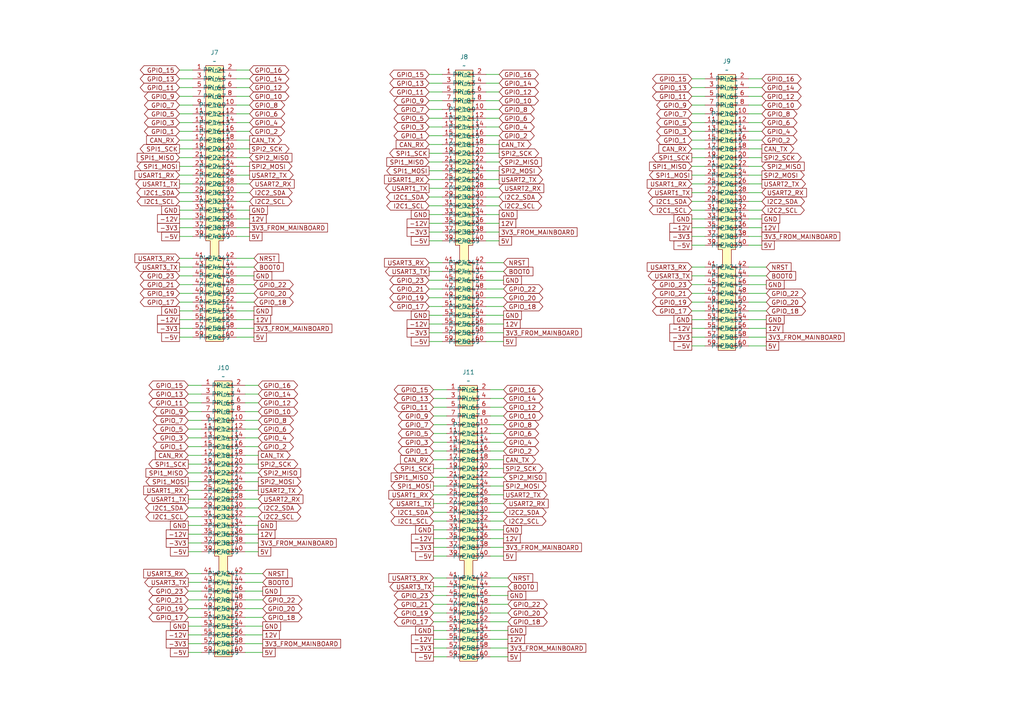
<source format=kicad_sch>
(kicad_sch (version 20250114) (generator "eeschema") (generator_version "9.0")
  (paper "A4")
  (wire (pts (xy 125.73 113.03) (xy 129.54 113.03)))
  (wire (pts (xy 68.58 97.79) (xy 73.66 97.79)))
  (wire (pts (xy 125.73 151.13) (xy 129.54 151.13)))
  (wire (pts (xy 71.12 171.45) (xy 76.2 171.45)))
  (wire (pts (xy 54.61 134.62) (xy 58.42 134.62)))
  (wire (pts (xy 54.61 173.99) (xy 58.42 173.99)))
  (wire (pts (xy 217.17 66.04) (xy 220.98 66.04)))
  (wire (pts (xy 217.17 27.94) (xy 220.98 27.94)))
  (wire (pts (xy 68.58 85.09) (xy 73.66 85.09)))
  (wire (pts (xy 140.97 26.67) (xy 144.78 26.67)))
  (wire (pts (xy 54.61 132.08) (xy 58.42 132.08)))
  (wire (pts (xy 52.07 40.64) (xy 55.88 40.64)))
  (wire (pts (xy 52.07 25.4) (xy 55.88 25.4)))
  (wire (pts (xy 200.66 43.18) (xy 204.47 43.18)))
  (wire (pts (xy 54.61 186.69) (xy 58.42 186.69)))
  (wire (pts (xy 52.07 35.56) (xy 55.88 35.56)))
  (wire (pts (xy 68.58 20.32) (xy 72.39 20.32)))
  (wire (pts (xy 140.97 86.36) (xy 146.05 86.36)))
  (wire (pts (xy 140.97 49.53) (xy 144.78 49.53)))
  (wire (pts (xy 71.12 184.15) (xy 76.2 184.15)))
  (wire (pts (xy 125.73 143.51) (xy 129.54 143.51)))
  (wire (pts (xy 54.61 149.86) (xy 58.42 149.86)))
  (wire (pts (xy 217.17 80.01) (xy 222.25 80.01)))
  (wire (pts (xy 124.46 69.85) (xy 128.27 69.85)))
  (wire (pts (xy 68.58 38.1) (xy 72.39 38.1)))
  (wire (pts (xy 54.61 152.4) (xy 58.42 152.4)))
  (wire (pts (xy 124.46 83.82) (xy 128.27 83.82)))
  (wire (pts (xy 125.73 123.19) (xy 129.54 123.19)))
  (wire (pts (xy 200.66 63.5) (xy 204.47 63.5)))
  (wire (pts (xy 68.58 35.56) (xy 72.39 35.56)))
  (wire (pts (xy 125.73 175.26) (xy 129.54 175.26)))
  (wire (pts (xy 217.17 48.26) (xy 220.98 48.26)))
  (wire (pts (xy 142.24 113.03) (xy 146.05 113.03)))
  (wire (pts (xy 200.66 30.48) (xy 204.47 30.48)))
  (wire (pts (xy 140.97 44.45) (xy 144.78 44.45)))
  (wire (pts (xy 68.58 22.86) (xy 72.39 22.86)))
  (wire (pts (xy 200.66 55.88) (xy 204.47 55.88)))
  (wire (pts (xy 52.07 68.58) (xy 55.88 68.58)))
  (wire (pts (xy 217.17 95.25) (xy 222.25 95.25)))
  (wire (pts (xy 200.66 53.34) (xy 204.47 53.34)))
  (wire (pts (xy 125.73 135.89) (xy 129.54 135.89)))
  (wire (pts (xy 200.66 50.8) (xy 204.47 50.8)))
  (wire (pts (xy 200.66 22.86) (xy 204.47 22.86)))
  (wire (pts (xy 124.46 36.83) (xy 128.27 36.83)))
  (wire (pts (xy 140.97 39.37) (xy 144.78 39.37)))
  (wire (pts (xy 71.12 160.02) (xy 74.93 160.02)))
  (wire (pts (xy 124.46 81.28) (xy 128.27 81.28)))
  (wire (pts (xy 124.46 64.77) (xy 128.27 64.77)))
  (wire (pts (xy 125.73 190.5) (xy 129.54 190.5)))
  (wire (pts (xy 71.12 119.38) (xy 74.93 119.38)))
  (wire (pts (xy 142.24 182.88) (xy 147.32 182.88)))
  (wire (pts (xy 54.61 154.94) (xy 58.42 154.94)))
  (wire (pts (xy 125.73 115.57) (xy 129.54 115.57)))
  (wire (pts (xy 140.97 36.83) (xy 144.78 36.83)))
  (wire (pts (xy 54.61 184.15) (xy 58.42 184.15)))
  (wire (pts (xy 217.17 100.33) (xy 222.25 100.33)))
  (wire (pts (xy 217.17 60.96) (xy 220.98 60.96)))
  (wire (pts (xy 68.58 30.48) (xy 72.39 30.48)))
  (wire (pts (xy 125.73 170.18) (xy 129.54 170.18)))
  (wire (pts (xy 142.24 156.21) (xy 146.05 156.21)))
  (wire (pts (xy 217.17 53.34) (xy 220.98 53.34)))
  (wire (pts (xy 124.46 54.61) (xy 128.27 54.61)))
  (wire (pts (xy 52.07 38.1) (xy 55.88 38.1)))
  (wire (pts (xy 142.24 153.67) (xy 146.05 153.67)))
  (wire (pts (xy 124.46 76.2) (xy 128.27 76.2)))
  (wire (pts (xy 124.46 52.07) (xy 128.27 52.07)))
  (wire (pts (xy 142.24 180.34) (xy 147.32 180.34)))
  (wire (pts (xy 140.97 88.9) (xy 146.05 88.9)))
  (wire (pts (xy 142.24 146.05) (xy 146.05 146.05)))
  (wire (pts (xy 124.46 49.53) (xy 128.27 49.53)))
  (wire (pts (xy 200.66 40.64) (xy 204.47 40.64)))
  (wire (pts (xy 124.46 39.37) (xy 128.27 39.37)))
  (wire (pts (xy 125.73 146.05) (xy 129.54 146.05)))
  (wire (pts (xy 52.07 95.25) (xy 55.88 95.25)))
  (wire (pts (xy 200.66 45.72) (xy 204.47 45.72)))
  (wire (pts (xy 68.58 92.71) (xy 73.66 92.71)))
  (wire (pts (xy 71.12 168.91) (xy 76.2 168.91)))
  (wire (pts (xy 125.73 118.11) (xy 129.54 118.11)))
  (wire (pts (xy 124.46 67.31) (xy 128.27 67.31)))
  (wire (pts (xy 142.24 143.51) (xy 146.05 143.51)))
  (wire (pts (xy 71.12 166.37) (xy 76.2 166.37)))
  (wire (pts (xy 217.17 87.63) (xy 222.25 87.63)))
  (wire (pts (xy 200.66 87.63) (xy 204.47 87.63)))
  (wire (pts (xy 52.07 80.01) (xy 55.88 80.01)))
  (wire (pts (xy 54.61 142.24) (xy 58.42 142.24)))
  (wire (pts (xy 71.12 176.53) (xy 76.2 176.53)))
  (wire (pts (xy 68.58 45.72) (xy 72.39 45.72)))
  (wire (pts (xy 142.24 161.29) (xy 146.05 161.29)))
  (wire (pts (xy 68.58 90.17) (xy 73.66 90.17)))
  (wire (pts (xy 54.61 179.07) (xy 58.42 179.07)))
  (wire (pts (xy 140.97 96.52) (xy 146.05 96.52)))
  (wire (pts (xy 71.12 129.54) (xy 74.93 129.54)))
  (wire (pts (xy 124.46 62.23) (xy 128.27 62.23)))
  (wire (pts (xy 124.46 46.99) (xy 128.27 46.99)))
  (wire (pts (xy 142.24 118.11) (xy 146.05 118.11)))
  (wire (pts (xy 217.17 25.4) (xy 220.98 25.4)))
  (wire (pts (xy 124.46 96.52) (xy 128.27 96.52)))
  (wire (pts (xy 200.66 48.26) (xy 204.47 48.26)))
  (wire (pts (xy 124.46 86.36) (xy 128.27 86.36)))
  (wire (pts (xy 140.97 46.99) (xy 144.78 46.99)))
  (wire (pts (xy 217.17 58.42) (xy 220.98 58.42)))
  (wire (pts (xy 217.17 68.58) (xy 220.98 68.58)))
  (wire (pts (xy 125.73 156.21) (xy 129.54 156.21)))
  (wire (pts (xy 124.46 41.91) (xy 128.27 41.91)))
  (wire (pts (xy 71.12 149.86) (xy 74.93 149.86)))
  (wire (pts (xy 54.61 166.37) (xy 58.42 166.37)))
  (wire (pts (xy 71.12 134.62) (xy 74.93 134.62)))
  (wire (pts (xy 68.58 77.47) (xy 73.66 77.47)))
  (wire (pts (xy 125.73 153.67) (xy 129.54 153.67)))
  (wire (pts (xy 124.46 26.67) (xy 128.27 26.67)))
  (wire (pts (xy 142.24 123.19) (xy 146.05 123.19)))
  (wire (pts (xy 54.61 157.48) (xy 58.42 157.48)))
  (wire (pts (xy 68.58 68.58) (xy 72.39 68.58)))
  (wire (pts (xy 52.07 20.32) (xy 55.88 20.32)))
  (wire (pts (xy 54.61 124.46) (xy 58.42 124.46)))
  (wire (pts (xy 68.58 27.94) (xy 72.39 27.94)))
  (wire (pts (xy 54.61 181.61) (xy 58.42 181.61)))
  (wire (pts (xy 217.17 77.47) (xy 222.25 77.47)))
  (wire (pts (xy 68.58 40.64) (xy 72.39 40.64)))
  (wire (pts (xy 140.97 59.69) (xy 144.78 59.69)))
  (wire (pts (xy 71.12 111.76) (xy 74.93 111.76)))
  (wire (pts (xy 68.58 87.63) (xy 73.66 87.63)))
  (wire (pts (xy 200.66 100.33) (xy 204.47 100.33)))
  (wire (pts (xy 52.07 48.26) (xy 55.88 48.26)))
  (wire (pts (xy 68.58 55.88) (xy 72.39 55.88)))
  (wire (pts (xy 142.24 175.26) (xy 147.32 175.26)))
  (wire (pts (xy 217.17 97.79) (xy 222.25 97.79)))
  (wire (pts (xy 142.24 120.65) (xy 146.05 120.65)))
  (wire (pts (xy 71.12 116.84) (xy 74.93 116.84)))
  (wire (pts (xy 125.73 161.29) (xy 129.54 161.29)))
  (wire (pts (xy 142.24 128.27) (xy 146.05 128.27)))
  (wire (pts (xy 54.61 168.91) (xy 58.42 168.91)))
  (wire (pts (xy 217.17 50.8) (xy 220.98 50.8)))
  (wire (pts (xy 124.46 29.21) (xy 128.27 29.21)))
  (wire (pts (xy 217.17 45.72) (xy 220.98 45.72)))
  (wire (pts (xy 71.12 137.16) (xy 74.93 137.16)))
  (wire (pts (xy 68.58 63.5) (xy 72.39 63.5)))
  (wire (pts (xy 217.17 90.17) (xy 222.25 90.17)))
  (wire (pts (xy 142.24 115.57) (xy 146.05 115.57)))
  (wire (pts (xy 124.46 88.9) (xy 128.27 88.9)))
  (wire (pts (xy 217.17 92.71) (xy 222.25 92.71)))
  (wire (pts (xy 217.17 43.18) (xy 220.98 43.18)))
  (wire (pts (xy 68.58 60.96) (xy 72.39 60.96)))
  (wire (pts (xy 71.12 127) (xy 74.93 127)))
  (wire (pts (xy 125.73 130.81) (xy 129.54 130.81)))
  (wire (pts (xy 124.46 57.15) (xy 128.27 57.15)))
  (wire (pts (xy 140.97 91.44) (xy 146.05 91.44)))
  (wire (pts (xy 142.24 133.35) (xy 146.05 133.35)))
  (wire (pts (xy 125.73 133.35) (xy 129.54 133.35)))
  (wire (pts (xy 140.97 76.2) (xy 146.05 76.2)))
  (wire (pts (xy 140.97 64.77) (xy 144.78 64.77)))
  (wire (pts (xy 142.24 130.81) (xy 146.05 130.81)))
  (wire (pts (xy 142.24 151.13) (xy 146.05 151.13)))
  (wire (pts (xy 142.24 185.42) (xy 147.32 185.42)))
  (wire (pts (xy 71.12 144.78) (xy 74.93 144.78)))
  (wire (pts (xy 52.07 77.47) (xy 55.88 77.47)))
  (wire (pts (xy 200.66 38.1) (xy 204.47 38.1)))
  (wire (pts (xy 200.66 58.42) (xy 204.47 58.42)))
  (wire (pts (xy 71.12 132.08) (xy 74.93 132.08)))
  (wire (pts (xy 142.24 158.75) (xy 146.05 158.75)))
  (wire (pts (xy 142.24 140.97) (xy 146.05 140.97)))
  (wire (pts (xy 124.46 21.59) (xy 128.27 21.59)))
  (wire (pts (xy 125.73 125.73) (xy 129.54 125.73)))
  (wire (pts (xy 142.24 172.72) (xy 147.32 172.72)))
  (wire (pts (xy 125.73 187.96) (xy 129.54 187.96)))
  (wire (pts (xy 125.73 180.34) (xy 129.54 180.34)))
  (wire (pts (xy 200.66 90.17) (xy 204.47 90.17)))
  (wire (pts (xy 68.58 25.4) (xy 72.39 25.4)))
  (wire (pts (xy 54.61 119.38) (xy 58.42 119.38)))
  (wire (pts (xy 140.97 21.59) (xy 144.78 21.59)))
  (wire (pts (xy 52.07 22.86) (xy 55.88 22.86)))
  (wire (pts (xy 54.61 147.32) (xy 58.42 147.32)))
  (wire (pts (xy 125.73 185.42) (xy 129.54 185.42)))
  (wire (pts (xy 71.12 181.61) (xy 76.2 181.61)))
  (wire (pts (xy 71.12 173.99) (xy 76.2 173.99)))
  (wire (pts (xy 140.97 41.91) (xy 144.78 41.91)))
  (wire (pts (xy 140.97 34.29) (xy 144.78 34.29)))
  (wire (pts (xy 124.46 44.45) (xy 128.27 44.45)))
  (wire (pts (xy 142.24 170.18) (xy 147.32 170.18)))
  (wire (pts (xy 217.17 82.55) (xy 222.25 82.55)))
  (wire (pts (xy 140.97 57.15) (xy 144.78 57.15)))
  (wire (pts (xy 125.73 128.27) (xy 129.54 128.27)))
  (wire (pts (xy 71.12 114.3) (xy 74.93 114.3)))
  (wire (pts (xy 71.12 189.23) (xy 76.2 189.23)))
  (wire (pts (xy 68.58 48.26) (xy 72.39 48.26)))
  (wire (pts (xy 140.97 83.82) (xy 146.05 83.82)))
  (wire (pts (xy 142.24 148.59) (xy 146.05 148.59)))
  (wire (pts (xy 124.46 59.69) (xy 128.27 59.69)))
  (wire (pts (xy 217.17 55.88) (xy 220.98 55.88)))
  (wire (pts (xy 125.73 140.97) (xy 129.54 140.97)))
  (wire (pts (xy 125.73 167.64) (xy 129.54 167.64)))
  (wire (pts (xy 54.61 127) (xy 58.42 127)))
  (wire (pts (xy 142.24 138.43) (xy 146.05 138.43)))
  (wire (pts (xy 52.07 50.8) (xy 55.88 50.8)))
  (wire (pts (xy 140.97 24.13) (xy 144.78 24.13)))
  (wire (pts (xy 140.97 31.75) (xy 144.78 31.75)))
  (wire (pts (xy 217.17 63.5) (xy 220.98 63.5)))
  (wire (pts (xy 71.12 142.24) (xy 74.93 142.24)))
  (wire (pts (xy 125.73 158.75) (xy 129.54 158.75)))
  (wire (pts (xy 54.61 111.76) (xy 58.42 111.76)))
  (wire (pts (xy 54.61 116.84) (xy 58.42 116.84)))
  (wire (pts (xy 54.61 139.7) (xy 58.42 139.7)))
  (wire (pts (xy 124.46 93.98) (xy 128.27 93.98)))
  (wire (pts (xy 200.66 60.96) (xy 204.47 60.96)))
  (wire (pts (xy 52.07 97.79) (xy 55.88 97.79)))
  (wire (pts (xy 200.66 97.79) (xy 204.47 97.79)))
  (wire (pts (xy 54.61 176.53) (xy 58.42 176.53)))
  (wire (pts (xy 124.46 34.29) (xy 128.27 34.29)))
  (wire (pts (xy 71.12 124.46) (xy 74.93 124.46)))
  (wire (pts (xy 125.73 138.43) (xy 129.54 138.43)))
  (wire (pts (xy 68.58 66.04) (xy 72.39 66.04)))
  (wire (pts (xy 142.24 190.5) (xy 147.32 190.5)))
  (wire (pts (xy 54.61 121.92) (xy 58.42 121.92)))
  (wire (pts (xy 124.46 24.13) (xy 128.27 24.13)))
  (wire (pts (xy 71.12 186.69) (xy 76.2 186.69)))
  (wire (pts (xy 140.97 81.28) (xy 146.05 81.28)))
  (wire (pts (xy 140.97 69.85) (xy 144.78 69.85)))
  (wire (pts (xy 71.12 139.7) (xy 74.93 139.7)))
  (wire (pts (xy 125.73 177.8) (xy 129.54 177.8)))
  (wire (pts (xy 200.66 95.25) (xy 204.47 95.25)))
  (wire (pts (xy 54.61 137.16) (xy 58.42 137.16)))
  (wire (pts (xy 71.12 154.94) (xy 74.93 154.94)))
  (wire (pts (xy 52.07 45.72) (xy 55.88 45.72)))
  (wire (pts (xy 52.07 30.48) (xy 55.88 30.48)))
  (wire (pts (xy 125.73 172.72) (xy 129.54 172.72)))
  (wire (pts (xy 217.17 33.02) (xy 220.98 33.02)))
  (wire (pts (xy 52.07 53.34) (xy 55.88 53.34)))
  (wire (pts (xy 142.24 125.73) (xy 146.05 125.73)))
  (wire (pts (xy 54.61 160.02) (xy 58.42 160.02)))
  (wire (pts (xy 52.07 58.42) (xy 55.88 58.42)))
  (wire (pts (xy 217.17 40.64) (xy 220.98 40.64)))
  (wire (pts (xy 217.17 38.1) (xy 220.98 38.1)))
  (wire (pts (xy 52.07 63.5) (xy 55.88 63.5)))
  (wire (pts (xy 54.61 189.23) (xy 58.42 189.23)))
  (wire (pts (xy 52.07 82.55) (xy 55.88 82.55)))
  (wire (pts (xy 200.66 27.94) (xy 204.47 27.94)))
  (wire (pts (xy 68.58 58.42) (xy 72.39 58.42)))
  (wire (pts (xy 200.66 85.09) (xy 204.47 85.09)))
  (wire (pts (xy 124.46 91.44) (xy 128.27 91.44)))
  (wire (pts (xy 142.24 177.8) (xy 147.32 177.8)))
  (wire (pts (xy 217.17 85.09) (xy 222.25 85.09)))
  (wire (pts (xy 217.17 35.56) (xy 220.98 35.56)))
  (wire (pts (xy 71.12 157.48) (xy 74.93 157.48)))
  (wire (pts (xy 71.12 179.07) (xy 76.2 179.07)))
  (wire (pts (xy 71.12 147.32) (xy 74.93 147.32)))
  (wire (pts (xy 68.58 82.55) (xy 73.66 82.55)))
  (wire (pts (xy 142.24 135.89) (xy 146.05 135.89)))
  (wire (pts (xy 142.24 167.64) (xy 147.32 167.64)))
  (wire (pts (xy 52.07 55.88) (xy 55.88 55.88)))
  (wire (pts (xy 200.66 82.55) (xy 204.47 82.55)))
  (wire (pts (xy 52.07 27.94) (xy 55.88 27.94)))
  (wire (pts (xy 52.07 33.02) (xy 55.88 33.02)))
  (wire (pts (xy 54.61 114.3) (xy 58.42 114.3)))
  (wire (pts (xy 68.58 74.93) (xy 73.66 74.93)))
  (wire (pts (xy 68.58 50.8) (xy 72.39 50.8)))
  (wire (pts (xy 52.07 66.04) (xy 55.88 66.04)))
  (wire (pts (xy 200.66 66.04) (xy 204.47 66.04)))
  (wire (pts (xy 140.97 62.23) (xy 144.78 62.23)))
  (wire (pts (xy 200.66 80.01) (xy 204.47 80.01)))
  (wire (pts (xy 125.73 148.59) (xy 129.54 148.59)))
  (wire (pts (xy 52.07 43.18) (xy 55.88 43.18)))
  (wire (pts (xy 68.58 33.02) (xy 72.39 33.02)))
  (wire (pts (xy 140.97 67.31) (xy 144.78 67.31)))
  (wire (pts (xy 124.46 99.06) (xy 128.27 99.06)))
  (wire (pts (xy 200.66 35.56) (xy 204.47 35.56)))
  (wire (pts (xy 200.66 68.58) (xy 204.47 68.58)))
  (wire (pts (xy 71.12 152.4) (xy 74.93 152.4)))
  (wire (pts (xy 54.61 171.45) (xy 58.42 171.45)))
  (wire (pts (xy 200.66 71.12) (xy 204.47 71.12)))
  (wire (pts (xy 200.66 25.4) (xy 204.47 25.4)))
  (wire (pts (xy 54.61 144.78) (xy 58.42 144.78)))
  (wire (pts (xy 140.97 29.21) (xy 144.78 29.21)))
  (wire (pts (xy 142.24 187.96) (xy 147.32 187.96)))
  (wire (pts (xy 52.07 87.63) (xy 55.88 87.63)))
  (wire (pts (xy 52.07 60.96) (xy 55.88 60.96)))
  (wire (pts (xy 217.17 71.12) (xy 220.98 71.12)))
  (wire (pts (xy 71.12 121.92) (xy 74.93 121.92)))
  (wire (pts (xy 200.66 33.02) (xy 204.47 33.02)))
  (wire (pts (xy 52.07 74.93) (xy 55.88 74.93)))
  (wire (pts (xy 54.61 129.54) (xy 58.42 129.54)))
  (wire (pts (xy 68.58 95.25) (xy 73.66 95.25)))
  (wire (pts (xy 52.07 85.09) (xy 55.88 85.09)))
  (wire (pts (xy 217.17 22.86) (xy 220.98 22.86)))
  (wire (pts (xy 140.97 54.61) (xy 144.78 54.61)))
  (wire (pts (xy 124.46 78.74) (xy 128.27 78.74)))
  (wire (pts (xy 200.66 92.71) (xy 204.47 92.71)))
  (wire (pts (xy 52.07 90.17) (xy 55.88 90.17)))
  (wire (pts (xy 68.58 80.01) (xy 73.66 80.01)))
  (wire (pts (xy 200.66 77.47) (xy 204.47 77.47)))
  (wire (pts (xy 217.17 30.48) (xy 220.98 30.48)))
  (wire (pts (xy 140.97 52.07) (xy 144.78 52.07)))
  (wire (pts (xy 140.97 93.98) (xy 146.05 93.98)))
  (wire (pts (xy 68.58 53.34) (xy 72.39 53.34)))
  (wire (pts (xy 140.97 78.74) (xy 146.05 78.74)))
  (wire (pts (xy 140.97 99.06) (xy 146.05 99.06)))
  (wire (pts (xy 125.73 120.65) (xy 129.54 120.65)))
  (wire (pts (xy 52.07 92.71) (xy 55.88 92.71)))
  (wire (pts (xy 125.73 182.88) (xy 129.54 182.88)))
  (wire (pts (xy 68.58 43.18) (xy 72.39 43.18)))
  (wire (pts (xy 124.46 31.75) (xy 128.27 31.75)))
  (global_label "USART1_RX" (shape input) (at 200.66 53.34 180) (property "Intersheetrefs" "${INTERSHEET_REFS}" (effects (hide yes))))
  (global_label "I2C2_SDA" (shape bidirectional) (at 220.98 58.42 0) (property "Intersheetrefs" "${INTERSHEET_REFS}" (effects (hide yes))))
  (global_label "GPIO_13" (shape bidirectional) (at 54.61 114.3 180) (property "Intersheetrefs" "${INTERSHEET_REFS}" (effects (hide yes))))
  (global_label "GPIO_16" (shape bidirectional) (at 144.78 21.59 0) (property "Intersheetrefs" "${INTERSHEET_REFS}" (effects (hide yes))))
  (global_label "GPIO_1" (shape bidirectional) (at 125.73 130.81 180) (property "Intersheetrefs" "${INTERSHEET_REFS}" (effects (hide yes))))
  (global_label "I2C1_SCL" (shape bidirectional) (at 125.73 151.13 180) (property "Intersheetrefs" "${INTERSHEET_REFS}" (effects (hide yes))))
  (global_label "-5V" (shape passive) (at 200.66 71.12 180) (property "Intersheetrefs" "${INTERSHEET_REFS}" (effects (hide yes))))
  (global_label "GPIO_10" (shape bidirectional) (at 74.93 119.38 0) (property "Intersheetrefs" "${INTERSHEET_REFS}" (effects (hide yes))))
  (global_label "-12V" (shape passive) (at 125.73 185.42 180) (property "Intersheetrefs" "${INTERSHEET_REFS}" (effects (hide yes))))
  (global_label "NRST" (shape input) (at 73.66 74.93 0) (property "Intersheetrefs" "${INTERSHEET_REFS}" (effects (hide yes))))
  (global_label "I2C2_SDA" (shape bidirectional) (at 144.78 57.15 0) (property "Intersheetrefs" "${INTERSHEET_REFS}" (effects (hide yes))))
  (global_label "GPIO_20" (shape bidirectional) (at 73.66 85.09 0) (property "Intersheetrefs" "${INTERSHEET_REFS}" (effects (hide yes))))
  (global_label "GPIO_8" (shape bidirectional) (at 74.93 121.92 0) (property "Intersheetrefs" "${INTERSHEET_REFS}" (effects (hide yes))))
  (global_label "3V3_FROM_MAINBOARD" (shape passive) (at 74.93 157.48 0) (property "Intersheetrefs" "${INTERSHEET_REFS}" (effects (hide yes))))
  (global_label "SPI1_MOSI" (shape output) (at 125.73 140.97 180) (property "Intersheetrefs" "${INTERSHEET_REFS}" (effects (hide yes))))
  (global_label "USART3_RX" (shape input) (at 52.07 74.93 180) (property "Intersheetrefs" "${INTERSHEET_REFS}" (effects (hide yes))))
  (global_label "GPIO_17" (shape bidirectional) (at 52.07 87.63 180) (property "Intersheetrefs" "${INTERSHEET_REFS}" (effects (hide yes))))
  (global_label "GPIO_8" (shape bidirectional) (at 144.78 31.75 0) (property "Intersheetrefs" "${INTERSHEET_REFS}" (effects (hide yes))))
  (global_label "GPIO_6" (shape bidirectional) (at 220.98 35.56 0) (property "Intersheetrefs" "${INTERSHEET_REFS}" (effects (hide yes))))
  (global_label "CAN_TX" (shape output) (at 146.05 133.35 0) (property "Intersheetrefs" "${INTERSHEET_REFS}" (effects (hide yes))))
  (global_label "GPIO_1" (shape bidirectional) (at 54.61 129.54 180) (property "Intersheetrefs" "${INTERSHEET_REFS}" (effects (hide yes))))
  (global_label "GPIO_3" (shape bidirectional) (at 54.61 127 180) (property "Intersheetrefs" "${INTERSHEET_REFS}" (effects (hide yes))))
  (global_label "I2C2_SCL" (shape bidirectional) (at 146.05 151.13 0) (property "Intersheetrefs" "${INTERSHEET_REFS}" (effects (hide yes))))
  (global_label "-5V" (shape passive) (at 125.73 190.5 180) (property "Intersheetrefs" "${INTERSHEET_REFS}" (effects (hide yes))))
  (global_label "GPIO_7" (shape bidirectional) (at 52.07 30.48 180) (property "Intersheetrefs" "${INTERSHEET_REFS}" (effects (hide yes))))
  (global_label "5V" (shape passive) (at 222.25 100.33 0) (property "Intersheetrefs" "${INTERSHEET_REFS}" (effects (hide yes))))
  (global_label "USART2_RX" (shape input) (at 144.78 54.61 0) (property "Intersheetrefs" "${INTERSHEET_REFS}" (effects (hide yes))))
  (global_label "BOOT0" (shape input) (at 146.05 78.74 0) (property "Intersheetrefs" "${INTERSHEET_REFS}" (effects (hide yes))))
  (global_label "GPIO_21" (shape bidirectional) (at 125.73 175.26 180) (property "Intersheetrefs" "${INTERSHEET_REFS}" (effects (hide yes))))
  (global_label "-5V" (shape passive) (at 52.07 97.79 180) (property "Intersheetrefs" "${INTERSHEET_REFS}" (effects (hide yes))))
  (global_label "GND" (shape passive) (at 220.98 63.5 0) (property "Intersheetrefs" "${INTERSHEET_REFS}" (effects (hide yes))))
  (global_label "SPI2_MISO" (shape input) (at 144.78 46.99 0) (property "Intersheetrefs" "${INTERSHEET_REFS}" (effects (hide yes))))
  (global_label "GPIO_14" (shape bidirectional) (at 220.98 25.4 0) (property "Intersheetrefs" "${INTERSHEET_REFS}" (effects (hide yes))))
  (global_label "GPIO_11" (shape bidirectional) (at 54.61 116.84 180) (property "Intersheetrefs" "${INTERSHEET_REFS}" (effects (hide yes))))
  (global_label "GPIO_14" (shape bidirectional) (at 146.05 115.57 0) (property "Intersheetrefs" "${INTERSHEET_REFS}" (effects (hide yes))))
  (global_label "SPI1_SCK" (shape output) (at 200.66 45.72 180) (property "Intersheetrefs" "${INTERSHEET_REFS}" (effects (hide yes))))
  (global_label "5V" (shape passive) (at 220.98 71.12 0) (property "Intersheetrefs" "${INTERSHEET_REFS}" (effects (hide yes))))
  (global_label "12V" (shape passive) (at 222.25 95.25 0) (property "Intersheetrefs" "${INTERSHEET_REFS}" (effects (hide yes))))
  (global_label "USART2_TX" (shape output) (at 144.78 52.07 0) (property "Intersheetrefs" "${INTERSHEET_REFS}" (effects (hide yes))))
  (global_label "GPIO_20" (shape bidirectional) (at 222.25 87.63 0) (property "Intersheetrefs" "${INTERSHEET_REFS}" (effects (hide yes))))
  (global_label "GND" (shape passive) (at 52.07 60.96 180) (property "Intersheetrefs" "${INTERSHEET_REFS}" (effects (hide yes))))
  (global_label "-5V" (shape passive) (at 125.73 161.29 180) (property "Intersheetrefs" "${INTERSHEET_REFS}" (effects (hide yes))))
  (global_label "NRST" (shape input) (at 76.2 166.37 0) (property "Intersheetrefs" "${INTERSHEET_REFS}" (effects (hide yes))))
  (global_label "12V" (shape passive) (at 220.98 66.04 0) (property "Intersheetrefs" "${INTERSHEET_REFS}" (effects (hide yes))))
  (global_label "I2C1_SCL" (shape bidirectional) (at 52.07 58.42 180) (property "Intersheetrefs" "${INTERSHEET_REFS}" (effects (hide yes))))
  (global_label "GPIO_22" (shape bidirectional) (at 147.32 175.26 0) (property "Intersheetrefs" "${INTERSHEET_REFS}" (effects (hide yes))))
  (global_label "-5V" (shape passive) (at 124.46 69.85 180) (property "Intersheetrefs" "${INTERSHEET_REFS}" (effects (hide yes))))
  (global_label "GPIO_7" (shape bidirectional) (at 54.61 121.92 180) (property "Intersheetrefs" "${INTERSHEET_REFS}" (effects (hide yes))))
  (global_label "GPIO_11" (shape bidirectional) (at 124.46 26.67 180) (property "Intersheetrefs" "${INTERSHEET_REFS}" (effects (hide yes))))
  (global_label "GPIO_20" (shape bidirectional) (at 147.32 177.8 0) (property "Intersheetrefs" "${INTERSHEET_REFS}" (effects (hide yes))))
  (global_label "GPIO_4" (shape bidirectional) (at 72.39 35.56 0) (property "Intersheetrefs" "${INTERSHEET_REFS}" (effects (hide yes))))
  (global_label "GPIO_18" (shape bidirectional) (at 147.32 180.34 0) (property "Intersheetrefs" "${INTERSHEET_REFS}" (effects (hide yes))))
  (global_label "GPIO_19" (shape bidirectional) (at 54.61 176.53 180) (property "Intersheetrefs" "${INTERSHEET_REFS}" (effects (hide yes))))
  (global_label "CAN_RX" (shape input) (at 54.61 132.08 180) (property "Intersheetrefs" "${INTERSHEET_REFS}" (effects (hide yes))))
  (global_label "GND" (shape passive) (at 125.73 153.67 180) (property "Intersheetrefs" "${INTERSHEET_REFS}" (effects (hide yes))))
  (global_label "GPIO_22" (shape bidirectional) (at 73.66 82.55 0) (property "Intersheetrefs" "${INTERSHEET_REFS}" (effects (hide yes))))
  (global_label "USART3_RX" (shape input) (at 125.73 167.64 180) (property "Intersheetrefs" "${INTERSHEET_REFS}" (effects (hide yes))))
  (global_label "GPIO_16" (shape bidirectional) (at 72.39 20.32 0) (property "Intersheetrefs" "${INTERSHEET_REFS}" (effects (hide yes))))
  (global_label "-12V" (shape passive) (at 52.07 63.5 180) (property "Intersheetrefs" "${INTERSHEET_REFS}" (effects (hide yes))))
  (global_label "USART1_TX" (shape output) (at 124.46 54.61 180) (property "Intersheetrefs" "${INTERSHEET_REFS}" (effects (hide yes))))
  (global_label "-5V" (shape passive) (at 54.61 160.02 180) (property "Intersheetrefs" "${INTERSHEET_REFS}" (effects (hide yes))))
  (global_label "GPIO_2" (shape bidirectional) (at 72.39 38.1 0) (property "Intersheetrefs" "${INTERSHEET_REFS}" (effects (hide yes))))
  (global_label "GND" (shape passive) (at 200.66 92.71 180) (property "Intersheetrefs" "${INTERSHEET_REFS}" (effects (hide yes))))
  (global_label "GND" (shape passive) (at 222.25 82.55 0) (property "Intersheetrefs" "${INTERSHEET_REFS}" (effects (hide yes))))
  (global_label "GPIO_23" (shape bidirectional) (at 124.46 81.28 180) (property "Intersheetrefs" "${INTERSHEET_REFS}" (effects (hide yes))))
  (global_label "-12V" (shape passive) (at 125.73 156.21 180) (property "Intersheetrefs" "${INTERSHEET_REFS}" (effects (hide yes))))
  (global_label "SPI1_SCK" (shape output) (at 52.07 43.18 180) (property "Intersheetrefs" "${INTERSHEET_REFS}" (effects (hide yes))))
  (global_label "USART2_TX" (shape output) (at 74.93 142.24 0) (property "Intersheetrefs" "${INTERSHEET_REFS}" (effects (hide yes))))
  (global_label "-12V" (shape passive) (at 200.66 95.25 180) (property "Intersheetrefs" "${INTERSHEET_REFS}" (effects (hide yes))))
  (global_label "GPIO_5" (shape bidirectional) (at 124.46 34.29 180) (property "Intersheetrefs" "${INTERSHEET_REFS}" (effects (hide yes))))
  (global_label "SPI1_MISO" (shape input) (at 52.07 45.72 180) (property "Intersheetrefs" "${INTERSHEET_REFS}" (effects (hide yes))))
  (global_label "3V3_FROM_MAINBOARD" (shape passive) (at 146.05 96.52 0) (property "Intersheetrefs" "${INTERSHEET_REFS}" (effects (hide yes))))
  (global_label "12V" (shape passive) (at 74.93 154.94 0) (property "Intersheetrefs" "${INTERSHEET_REFS}" (effects (hide yes))))
  (global_label "GPIO_23" (shape bidirectional) (at 52.07 80.01 180) (property "Intersheetrefs" "${INTERSHEET_REFS}" (effects (hide yes))))
  (global_label "GPIO_11" (shape bidirectional) (at 200.66 27.94 180) (property "Intersheetrefs" "${INTERSHEET_REFS}" (effects (hide yes))))
  (global_label "GPIO_1" (shape bidirectional) (at 200.66 40.64 180) (property "Intersheetrefs" "${INTERSHEET_REFS}" (effects (hide yes))))
  (global_label "12V" (shape passive) (at 76.2 184.15 0) (property "Intersheetrefs" "${INTERSHEET_REFS}" (effects (hide yes))))
  (global_label "GPIO_12" (shape bidirectional) (at 146.05 118.11 0) (property "Intersheetrefs" "${INTERSHEET_REFS}" (effects (hide yes))))
  (global_label "GND" (shape passive) (at 147.32 182.88 0) (property "Intersheetrefs" "${INTERSHEET_REFS}" (effects (hide yes))))
  (global_label "USART2_RX" (shape input) (at 146.05 146.05 0) (property "Intersheetrefs" "${INTERSHEET_REFS}" (effects (hide yes))))
  (global_label "GPIO_4" (shape bidirectional) (at 144.78 36.83 0) (property "Intersheetrefs" "${INTERSHEET_REFS}" (effects (hide yes))))
  (global_label "5V" (shape passive) (at 146.05 161.29 0) (property "Intersheetrefs" "${INTERSHEET_REFS}" (effects (hide yes))))
  (global_label "SPI2_MISO" (shape input) (at 72.39 45.72 0) (property "Intersheetrefs" "${INTERSHEET_REFS}" (effects (hide yes))))
  (global_label "GND" (shape passive) (at 144.78 62.23 0) (property "Intersheetrefs" "${INTERSHEET_REFS}" (effects (hide yes))))
  (global_label "GND" (shape passive) (at 72.39 60.96 0) (property "Intersheetrefs" "${INTERSHEET_REFS}" (effects (hide yes))))
  (global_label "SPI1_SCK" (shape output) (at 125.73 135.89 180) (property "Intersheetrefs" "${INTERSHEET_REFS}" (effects (hide yes))))
  (global_label "GPIO_2" (shape bidirectional) (at 146.05 130.81 0) (property "Intersheetrefs" "${INTERSHEET_REFS}" (effects (hide yes))))
  (global_label "USART3_RX" (shape input) (at 54.61 166.37 180) (property "Intersheetrefs" "${INTERSHEET_REFS}" (effects (hide yes))))
  (global_label "GPIO_6" (shape bidirectional) (at 144.78 34.29 0) (property "Intersheetrefs" "${INTERSHEET_REFS}" (effects (hide yes))))
  (global_label "SPI1_SCK" (shape output) (at 124.46 44.45 180) (property "Intersheetrefs" "${INTERSHEET_REFS}" (effects (hide yes))))
  (global_label "I2C1_SDA" (shape bidirectional) (at 124.46 57.15 180) (property "Intersheetrefs" "${INTERSHEET_REFS}" (effects (hide yes))))
  (global_label "SPI1_SCK" (shape output) (at 54.61 134.62 180) (property "Intersheetrefs" "${INTERSHEET_REFS}" (effects (hide yes))))
  (global_label "GPIO_14" (shape bidirectional) (at 144.78 24.13 0) (property "Intersheetrefs" "${INTERSHEET_REFS}" (effects (hide yes))))
  (global_label "GPIO_19" (shape bidirectional) (at 125.73 177.8 180) (property "Intersheetrefs" "${INTERSHEET_REFS}" (effects (hide yes))))
  (global_label "5V" (shape passive) (at 146.05 99.06 0) (property "Intersheetrefs" "${INTERSHEET_REFS}" (effects (hide yes))))
  (global_label "GPIO_15" (shape bidirectional) (at 124.46 21.59 180) (property "Intersheetrefs" "${INTERSHEET_REFS}" (effects (hide yes))))
  (global_label "GPIO_16" (shape bidirectional) (at 220.98 22.86 0) (property "Intersheetrefs" "${INTERSHEET_REFS}" (effects (hide yes))))
  (global_label "GPIO_6" (shape bidirectional) (at 146.05 125.73 0) (property "Intersheetrefs" "${INTERSHEET_REFS}" (effects (hide yes))))
  (global_label "-3V3" (shape passive) (at 54.61 157.48 180) (property "Intersheetrefs" "${INTERSHEET_REFS}" (effects (hide yes))))
  (global_label "-5V" (shape passive) (at 124.46 99.06 180) (property "Intersheetrefs" "${INTERSHEET_REFS}" (effects (hide yes))))
  (global_label "USART3_TX" (shape output) (at 125.73 170.18 180) (property "Intersheetrefs" "${INTERSHEET_REFS}" (effects (hide yes))))
  (global_label "5V" (shape passive) (at 147.32 190.5 0) (property "Intersheetrefs" "${INTERSHEET_REFS}" (effects (hide yes))))
  (global_label "GPIO_10" (shape bidirectional) (at 220.98 30.48 0) (property "Intersheetrefs" "${INTERSHEET_REFS}" (effects (hide yes))))
  (global_label "GPIO_2" (shape bidirectional) (at 220.98 40.64 0) (property "Intersheetrefs" "${INTERSHEET_REFS}" (effects (hide yes))))
  (global_label "GND" (shape passive) (at 200.66 63.5 180) (property "Intersheetrefs" "${INTERSHEET_REFS}" (effects (hide yes))))
  (global_label "GPIO_1" (shape bidirectional) (at 52.07 38.1 180) (property "Intersheetrefs" "${INTERSHEET_REFS}" (effects (hide yes))))
  (global_label "SPI2_MISO" (shape input) (at 146.05 138.43 0) (property "Intersheetrefs" "${INTERSHEET_REFS}" (effects (hide yes))))
  (global_label "GPIO_21" (shape bidirectional) (at 124.46 83.82 180) (property "Intersheetrefs" "${INTERSHEET_REFS}" (effects (hide yes))))
  (global_label "USART2_TX" (shape output) (at 220.98 53.34 0) (property "Intersheetrefs" "${INTERSHEET_REFS}" (effects (hide yes))))
  (global_label "USART1_TX" (shape output) (at 200.66 55.88 180) (property "Intersheetrefs" "${INTERSHEET_REFS}" (effects (hide yes))))
  (global_label "GPIO_9" (shape bidirectional) (at 54.61 119.38 180) (property "Intersheetrefs" "${INTERSHEET_REFS}" (effects (hide yes))))
  (global_label "USART3_TX" (shape output) (at 52.07 77.47 180) (property "Intersheetrefs" "${INTERSHEET_REFS}" (effects (hide yes))))
  (global_label "GPIO_7" (shape bidirectional) (at 124.46 31.75 180) (property "Intersheetrefs" "${INTERSHEET_REFS}" (effects (hide yes))))
  (global_label "GPIO_14" (shape bidirectional) (at 74.93 114.3 0) (property "Intersheetrefs" "${INTERSHEET_REFS}" (effects (hide yes))))
  (global_label "-3V3" (shape passive) (at 124.46 96.52 180) (property "Intersheetrefs" "${INTERSHEET_REFS}" (effects (hide yes))))
  (global_label "5V" (shape passive) (at 72.39 68.58 0) (property "Intersheetrefs" "${INTERSHEET_REFS}" (effects (hide yes))))
  (global_label "GND" (shape passive) (at 76.2 181.61 0) (property "Intersheetrefs" "${INTERSHEET_REFS}" (effects (hide yes))))
  (global_label "SPI2_MOSI" (shape output) (at 144.78 49.53 0) (property "Intersheetrefs" "${INTERSHEET_REFS}" (effects (hide yes))))
  (global_label "GPIO_19" (shape bidirectional) (at 52.07 85.09 180) (property "Intersheetrefs" "${INTERSHEET_REFS}" (effects (hide yes))))
  (global_label "GND" (shape passive) (at 146.05 81.28 0) (property "Intersheetrefs" "${INTERSHEET_REFS}" (effects (hide yes))))
  (global_label "GPIO_3" (shape bidirectional) (at 52.07 35.56 180) (property "Intersheetrefs" "${INTERSHEET_REFS}" (effects (hide yes))))
  (global_label "GPIO_12" (shape bidirectional) (at 74.93 116.84 0) (property "Intersheetrefs" "${INTERSHEET_REFS}" (effects (hide yes))))
  (global_label "BOOT0" (shape input) (at 147.32 170.18 0) (property "Intersheetrefs" "${INTERSHEET_REFS}" (effects (hide yes))))
  (global_label "12V" (shape passive) (at 73.66 92.71 0) (property "Intersheetrefs" "${INTERSHEET_REFS}" (effects (hide yes))))
  (global_label "GND" (shape passive) (at 124.46 91.44 180) (property "Intersheetrefs" "${INTERSHEET_REFS}" (effects (hide yes))))
  (global_label "-12V" (shape passive) (at 124.46 93.98 180) (property "Intersheetrefs" "${INTERSHEET_REFS}" (effects (hide yes))))
  (global_label "GPIO_3" (shape bidirectional) (at 124.46 36.83 180) (property "Intersheetrefs" "${INTERSHEET_REFS}" (effects (hide yes))))
  (global_label "12V" (shape passive) (at 146.05 93.98 0) (property "Intersheetrefs" "${INTERSHEET_REFS}" (effects (hide yes))))
  (global_label "-3V3" (shape passive) (at 125.73 187.96 180) (property "Intersheetrefs" "${INTERSHEET_REFS}" (effects (hide yes))))
  (global_label "GPIO_9" (shape bidirectional) (at 52.07 27.94 180) (property "Intersheetrefs" "${INTERSHEET_REFS}" (effects (hide yes))))
  (global_label "3V3_FROM_MAINBOARD" (shape passive) (at 144.78 67.31 0) (property "Intersheetrefs" "${INTERSHEET_REFS}" (effects (hide yes))))
  (global_label "SPI2_SCK" (shape output) (at 144.78 44.45 0) (property "Intersheetrefs" "${INTERSHEET_REFS}" (effects (hide yes))))
  (global_label "SPI2_MOSI" (shape output) (at 72.39 48.26 0) (property "Intersheetrefs" "${INTERSHEET_REFS}" (effects (hide yes))))
  (global_label "I2C2_SDA" (shape bidirectional) (at 74.93 147.32 0) (property "Intersheetrefs" "${INTERSHEET_REFS}" (effects (hide yes))))
  (global_label "GPIO_10" (shape bidirectional) (at 146.05 120.65 0) (property "Intersheetrefs" "${INTERSHEET_REFS}" (effects (hide yes))))
  (global_label "GPIO_21" (shape bidirectional) (at 54.61 173.99 180) (property "Intersheetrefs" "${INTERSHEET_REFS}" (effects (hide yes))))
  (global_label "CAN_RX" (shape input) (at 200.66 43.18 180) (property "Intersheetrefs" "${INTERSHEET_REFS}" (effects (hide yes))))
  (global_label "SPI1_MOSI" (shape output) (at 52.07 48.26 180) (property "Intersheetrefs" "${INTERSHEET_REFS}" (effects (hide yes))))
  (global_label "GND" (shape passive) (at 124.46 62.23 180) (property "Intersheetrefs" "${INTERSHEET_REFS}" (effects (hide yes))))
  (global_label "-12V" (shape passive) (at 200.66 66.04 180) (property "Intersheetrefs" "${INTERSHEET_REFS}" (effects (hide yes))))
  (global_label "GPIO_21" (shape bidirectional) (at 200.66 85.09 180) (property "Intersheetrefs" "${INTERSHEET_REFS}" (effects (hide yes))))
  (global_label "GPIO_5" (shape bidirectional) (at 52.07 33.02 180) (property "Intersheetrefs" "${INTERSHEET_REFS}" (effects (hide yes))))
  (global_label "-12V" (shape passive) (at 54.61 154.94 180) (property "Intersheetrefs" "${INTERSHEET_REFS}" (effects (hide yes))))
  (global_label "GND" (shape passive) (at 222.25 92.71 0) (property "Intersheetrefs" "${INTERSHEET_REFS}" (effects (hide yes))))
  (global_label "GND" (shape passive) (at 146.05 91.44 0) (property "Intersheetrefs" "${INTERSHEET_REFS}" (effects (hide yes))))
  (global_label "GND" (shape passive) (at 74.93 152.4 0) (property "Intersheetrefs" "${INTERSHEET_REFS}" (effects (hide yes))))
  (global_label "GPIO_23" (shape bidirectional) (at 54.61 171.45 180) (property "Intersheetrefs" "${INTERSHEET_REFS}" (effects (hide yes))))
  (global_label "GPIO_9" (shape bidirectional) (at 125.73 120.65 180) (property "Intersheetrefs" "${INTERSHEET_REFS}" (effects (hide yes))))
  (global_label "GPIO_12" (shape bidirectional) (at 220.98 27.94 0) (property "Intersheetrefs" "${INTERSHEET_REFS}" (effects (hide yes))))
  (global_label "SPI1_MISO" (shape input) (at 125.73 138.43 180) (property "Intersheetrefs" "${INTERSHEET_REFS}" (effects (hide yes))))
  (global_label "I2C2_SCL" (shape bidirectional) (at 74.93 149.86 0) (property "Intersheetrefs" "${INTERSHEET_REFS}" (effects (hide yes))))
  (global_label "GPIO_15" (shape bidirectional) (at 52.07 20.32 180) (property "Intersheetrefs" "${INTERSHEET_REFS}" (effects (hide yes))))
  (global_label "3V3_FROM_MAINBOARD" (shape passive) (at 146.05 158.75 0) (property "Intersheetrefs" "${INTERSHEET_REFS}" (effects (hide yes))))
  (global_label "12V" (shape passive) (at 72.39 63.5 0) (property "Intersheetrefs" "${INTERSHEET_REFS}" (effects (hide yes))))
  (global_label "-3V3" (shape passive) (at 200.66 97.79 180) (property "Intersheetrefs" "${INTERSHEET_REFS}" (effects (hide yes))))
  (global_label "USART3_TX" (shape output) (at 200.66 80.01 180) (property "Intersheetrefs" "${INTERSHEET_REFS}" (effects (hide yes))))
  (global_label "GPIO_5" (shape bidirectional) (at 54.61 124.46 180) (property "Intersheetrefs" "${INTERSHEET_REFS}" (effects (hide yes))))
  (global_label "GPIO_3" (shape bidirectional) (at 125.73 128.27 180) (property "Intersheetrefs" "${INTERSHEET_REFS}" (effects (hide yes))))
  (global_label "GPIO_18" (shape bidirectional) (at 222.25 90.17 0) (property "Intersheetrefs" "${INTERSHEET_REFS}" (effects (hide yes))))
  (global_label "GND" (shape passive) (at 125.73 182.88 180) (property "Intersheetrefs" "${INTERSHEET_REFS}" (effects (hide yes))))
  (global_label "GPIO_19" (shape bidirectional) (at 124.46 86.36 180) (property "Intersheetrefs" "${INTERSHEET_REFS}" (effects (hide yes))))
  (global_label "NRST" (shape input) (at 222.25 77.47 0) (property "Intersheetrefs" "${INTERSHEET_REFS}" (effects (hide yes))))
  (global_label "SPI1_MISO" (shape input) (at 124.46 46.99 180) (property "Intersheetrefs" "${INTERSHEET_REFS}" (effects (hide yes))))
  (global_label "I2C1_SDA" (shape bidirectional) (at 52.07 55.88 180) (property "Intersheetrefs" "${INTERSHEET_REFS}" (effects (hide yes))))
  (global_label "SPI2_SCK" (shape output) (at 220.98 45.72 0) (property "Intersheetrefs" "${INTERSHEET_REFS}" (effects (hide yes))))
  (global_label "CAN_TX" (shape output) (at 144.78 41.91 0) (property "Intersheetrefs" "${INTERSHEET_REFS}" (effects (hide yes))))
  (global_label "GND" (shape passive) (at 54.61 152.4 180) (property "Intersheetrefs" "${INTERSHEET_REFS}" (effects (hide yes))))
  (global_label "GPIO_13" (shape bidirectional) (at 125.73 115.57 180) (property "Intersheetrefs" "${INTERSHEET_REFS}" (effects (hide yes))))
  (global_label "SPI2_MOSI" (shape output) (at 146.05 140.97 0) (property "Intersheetrefs" "${INTERSHEET_REFS}" (effects (hide yes))))
  (global_label "I2C2_SCL" (shape bidirectional) (at 144.78 59.69 0) (property "Intersheetrefs" "${INTERSHEET_REFS}" (effects (hide yes))))
  (global_label "GND" (shape passive) (at 73.66 90.17 0) (property "Intersheetrefs" "${INTERSHEET_REFS}" (effects (hide yes))))
  (global_label "SPI2_MISO" (shape input) (at 74.93 137.16 0) (property "Intersheetrefs" "${INTERSHEET_REFS}" (effects (hide yes))))
  (global_label "BOOT0" (shape input) (at 76.2 168.91 0) (property "Intersheetrefs" "${INTERSHEET_REFS}" (effects (hide yes))))
  (global_label "12V" (shape passive) (at 144.78 64.77 0) (property "Intersheetrefs" "${INTERSHEET_REFS}" (effects (hide yes))))
  (global_label "GPIO_19" (shape bidirectional) (at 200.66 87.63 180) (property "Intersheetrefs" "${INTERSHEET_REFS}" (effects (hide yes))))
  (global_label "USART3_RX" (shape input) (at 200.66 77.47 180) (property "Intersheetrefs" "${INTERSHEET_REFS}" (effects (hide yes))))
  (global_label "GPIO_18" (shape bidirectional) (at 76.2 179.07 0) (property "Intersheetrefs" "${INTERSHEET_REFS}" (effects (hide yes))))
  (global_label "I2C1_SCL" (shape bidirectional) (at 200.66 60.96 180) (property "Intersheetrefs" "${INTERSHEET_REFS}" (effects (hide yes))))
  (global_label "12V" (shape passive) (at 146.05 156.21 0) (property "Intersheetrefs" "${INTERSHEET_REFS}" (effects (hide yes))))
  (global_label "CAN_RX" (shape input) (at 125.73 133.35 180) (property "Intersheetrefs" "${INTERSHEET_REFS}" (effects (hide yes))))
  (global_label "SPI2_SCK" (shape output) (at 74.93 134.62 0) (property "Intersheetrefs" "${INTERSHEET_REFS}" (effects (hide yes))))
  (global_label "I2C2_SCL" (shape bidirectional) (at 220.98 60.96 0) (property "Intersheetrefs" "${INTERSHEET_REFS}" (effects (hide yes))))
  (global_label "SPI2_MOSI" (shape output) (at 220.98 50.8 0) (property "Intersheetrefs" "${INTERSHEET_REFS}" (effects (hide yes))))
  (global_label "USART1_TX" (shape output) (at 125.73 146.05 180) (property "Intersheetrefs" "${INTERSHEET_REFS}" (effects (hide yes))))
  (global_label "GPIO_12" (shape bidirectional) (at 72.39 25.4 0) (property "Intersheetrefs" "${INTERSHEET_REFS}" (effects (hide yes))))
  (global_label "GPIO_4" (shape bidirectional) (at 74.93 127 0) (property "Intersheetrefs" "${INTERSHEET_REFS}" (effects (hide yes))))
  (global_label "GPIO_9" (shape bidirectional) (at 124.46 29.21 180) (property "Intersheetrefs" "${INTERSHEET_REFS}" (effects (hide yes))))
  (global_label "GPIO_22" (shape bidirectional) (at 146.05 83.82 0) (property "Intersheetrefs" "${INTERSHEET_REFS}" (effects (hide yes))))
  (global_label "GPIO_17" (shape bidirectional) (at 124.46 88.9 180) (property "Intersheetrefs" "${INTERSHEET_REFS}" (effects (hide yes))))
  (global_label "GPIO_7" (shape bidirectional) (at 200.66 33.02 180) (property "Intersheetrefs" "${INTERSHEET_REFS}" (effects (hide yes))))
  (global_label "SPI1_MISO" (shape input) (at 54.61 137.16 180) (property "Intersheetrefs" "${INTERSHEET_REFS}" (effects (hide yes))))
  (global_label "-12V" (shape passive) (at 52.07 92.71 180) (property "Intersheetrefs" "${INTERSHEET_REFS}" (effects (hide yes))))
  (global_label "USART1_RX" (shape input) (at 54.61 142.24 180) (property "Intersheetrefs" "${INTERSHEET_REFS}" (effects (hide yes))))
  (global_label "-5V" (shape passive) (at 52.07 68.58 180) (property "Intersheetrefs" "${INTERSHEET_REFS}" (effects (hide yes))))
  (global_label "GPIO_8" (shape bidirectional) (at 220.98 33.02 0) (property "Intersheetrefs" "${INTERSHEET_REFS}" (effects (hide yes))))
  (global_label "GPIO_22" (shape bidirectional) (at 76.2 173.99 0) (property "Intersheetrefs" "${INTERSHEET_REFS}" (effects (hide yes))))
  (global_label "GPIO_21" (shape bidirectional) (at 52.07 82.55 180) (property "Intersheetrefs" "${INTERSHEET_REFS}" (effects (hide yes))))
  (global_label "-5V" (shape passive) (at 54.61 189.23 180) (property "Intersheetrefs" "${INTERSHEET_REFS}" (effects (hide yes))))
  (global_label "GPIO_20" (shape bidirectional) (at 146.05 86.36 0) (property "Intersheetrefs" "${INTERSHEET_REFS}" (effects (hide yes))))
  (global_label "GPIO_18" (shape bidirectional) (at 146.05 88.9 0) (property "Intersheetrefs" "${INTERSHEET_REFS}" (effects (hide yes))))
  (global_label "USART2_TX" (shape output) (at 72.39 50.8 0) (property "Intersheetrefs" "${INTERSHEET_REFS}" (effects (hide yes))))
  (global_label "CAN_TX" (shape output) (at 74.93 132.08 0) (property "Intersheetrefs" "${INTERSHEET_REFS}" (effects (hide yes))))
  (global_label "-3V3" (shape passive) (at 200.66 68.58 180) (property "Intersheetrefs" "${INTERSHEET_REFS}" (effects (hide yes))))
  (global_label "GPIO_8" (shape bidirectional) (at 72.39 30.48 0) (property "Intersheetrefs" "${INTERSHEET_REFS}" (effects (hide yes))))
  (global_label "NRST" (shape input) (at 147.32 167.64 0) (property "Intersheetrefs" "${INTERSHEET_REFS}" (effects (hide yes))))
  (global_label "USART3_TX" (shape output) (at 124.46 78.74 180) (property "Intersheetrefs" "${INTERSHEET_REFS}" (effects (hide yes))))
  (global_label "GPIO_17" (shape bidirectional) (at 54.61 179.07 180) (property "Intersheetrefs" "${INTERSHEET_REFS}" (effects (hide yes))))
  (global_label "GPIO_6" (shape bidirectional) (at 74.93 124.46 0) (property "Intersheetrefs" "${INTERSHEET_REFS}" (effects (hide yes))))
  (global_label "CAN_RX" (shape input) (at 52.07 40.64 180) (property "Intersheetrefs" "${INTERSHEET_REFS}" (effects (hide yes))))
  (global_label "5V" (shape passive) (at 74.93 160.02 0) (property "Intersheetrefs" "${INTERSHEET_REFS}" (effects (hide yes))))
  (global_label "GND" (shape passive) (at 54.61 181.61 180) (property "Intersheetrefs" "${INTERSHEET_REFS}" (effects (hide yes))))
  (global_label "-3V3" (shape passive) (at 52.07 66.04 180) (property "Intersheetrefs" "${INTERSHEET_REFS}" (effects (hide yes))))
  (global_label "3V3_FROM_MAINBOARD" (shape passive) (at 147.32 187.96 0) (property "Intersheetrefs" "${INTERSHEET_REFS}" (effects (hide yes))))
  (global_label "GPIO_11" (shape bidirectional) (at 52.07 25.4 180) (property "Intersheetrefs" "${INTERSHEET_REFS}" (effects (hide yes))))
  (global_label "SPI2_MOSI" (shape output) (at 74.93 139.7 0) (property "Intersheetrefs" "${INTERSHEET_REFS}" (effects (hide yes))))
  (global_label "GPIO_14" (shape bidirectional) (at 72.39 22.86 0) (property "Intersheetrefs" "${INTERSHEET_REFS}" (effects (hide yes))))
  (global_label "USART1_TX" (shape output) (at 54.61 144.78 180) (property "Intersheetrefs" "${INTERSHEET_REFS}" (effects (hide yes))))
  (global_label "5V" (shape passive) (at 73.66 97.79 0) (property "Intersheetrefs" "${INTERSHEET_REFS}" (effects (hide yes))))
  (global_label "USART3_TX" (shape output) (at 54.61 168.91 180) (property "Intersheetrefs" "${INTERSHEET_REFS}" (effects (hide yes))))
  (global_label "3V3_FROM_MAINBOARD" (shape passive) (at 220.98 68.58 0) (property "Intersheetrefs" "${INTERSHEET_REFS}" (effects (hide yes))))
  (global_label "CAN_TX" (shape output) (at 72.39 40.64 0) (property "Intersheetrefs" "${INTERSHEET_REFS}" (effects (hide yes))))
  (global_label "GPIO_17" (shape bidirectional) (at 125.73 180.34 180) (property "Intersheetrefs" "${INTERSHEET_REFS}" (effects (hide yes))))
  (global_label "GPIO_15" (shape bidirectional) (at 54.61 111.76 180) (property "Intersheetrefs" "${INTERSHEET_REFS}" (effects (hide yes))))
  (global_label "USART2_RX" (shape input) (at 220.98 55.88 0) (property "Intersheetrefs" "${INTERSHEET_REFS}" (effects (hide yes))))
  (global_label "USART3_RX" (shape input) (at 124.46 76.2 180) (property "Intersheetrefs" "${INTERSHEET_REFS}" (effects (hide yes))))
  (global_label "SPI1_MOSI" (shape output) (at 54.61 139.7 180) (property "Intersheetrefs" "${INTERSHEET_REFS}" (effects (hide yes))))
  (global_label "GPIO_16" (shape bidirectional) (at 146.05 113.03 0) (property "Intersheetrefs" "${INTERSHEET_REFS}" (effects (hide yes))))
  (global_label "GPIO_17" (shape bidirectional) (at 200.66 90.17 180) (property "Intersheetrefs" "${INTERSHEET_REFS}" (effects (hide yes))))
  (global_label "GND" (shape passive) (at 146.05 153.67 0) (property "Intersheetrefs" "${INTERSHEET_REFS}" (effects (hide yes))))
  (global_label "3V3_FROM_MAINBOARD" (shape passive) (at 76.2 186.69 0) (property "Intersheetrefs" "${INTERSHEET_REFS}" (effects (hide yes))))
  (global_label "GPIO_23" (shape bidirectional) (at 200.66 82.55 180) (property "Intersheetrefs" "${INTERSHEET_REFS}" (effects (hide yes))))
  (global_label "SPI1_MOSI" (shape output) (at 124.46 49.53 180) (property "Intersheetrefs" "${INTERSHEET_REFS}" (effects (hide yes))))
  (global_label "GPIO_15" (shape bidirectional) (at 125.73 113.03 180) (property "Intersheetrefs" "${INTERSHEET_REFS}" (effects (hide yes))))
  (global_label "I2C1_SCL" (shape bidirectional) (at 54.61 149.86 180) (property "Intersheetrefs" "${INTERSHEET_REFS}" (effects (hide yes))))
  (global_label "GPIO_2" (shape bidirectional) (at 74.93 129.54 0) (property "Intersheetrefs" "${INTERSHEET_REFS}" (effects (hide yes))))
  (global_label "NRST" (shape input) (at 146.05 76.2 0) (property "Intersheetrefs" "${INTERSHEET_REFS}" (effects (hide yes))))
  (global_label "-3V3" (shape passive) (at 125.73 158.75 180) (property "Intersheetrefs" "${INTERSHEET_REFS}" (effects (hide yes))))
  (global_label "USART1_RX" (shape input) (at 124.46 52.07 180) (property "Intersheetrefs" "${INTERSHEET_REFS}" (effects (hide yes))))
  (global_label "-12V" (shape passive) (at 124.46 64.77 180) (property "Intersheetrefs" "${INTERSHEET_REFS}" (effects (hide yes))))
  (global_label "GPIO_10" (shape bidirectional) (at 144.78 29.21 0) (property "Intersheetrefs" "${INTERSHEET_REFS}" (effects (hide yes))))
  (global_label "GPIO_22" (shape bidirectional) (at 222.25 85.09 0) (property "Intersheetrefs" "${INTERSHEET_REFS}" (effects (hide yes))))
  (global_label "-5V" (shape passive) (at 200.66 100.33 180) (property "Intersheetrefs" "${INTERSHEET_REFS}" (effects (hide yes))))
  (global_label "I2C1_SDA" (shape bidirectional) (at 54.61 147.32 180) (property "Intersheetrefs" "${INTERSHEET_REFS}" (effects (hide yes))))
  (global_label "-3V3" (shape passive) (at 124.46 67.31 180) (property "Intersheetrefs" "${INTERSHEET_REFS}" (effects (hide yes))))
  (global_label "GPIO_13" (shape bidirectional) (at 200.66 25.4 180) (property "Intersheetrefs" "${INTERSHEET_REFS}" (effects (hide yes))))
  (global_label "GND" (shape passive) (at 76.2 171.45 0) (property "Intersheetrefs" "${INTERSHEET_REFS}" (effects (hide yes))))
  (global_label "CAN_RX" (shape input) (at 124.46 41.91 180) (property "Intersheetrefs" "${INTERSHEET_REFS}" (effects (hide yes))))
  (global_label "GPIO_9" (shape bidirectional) (at 200.66 30.48 180) (property "Intersheetrefs" "${INTERSHEET_REFS}" (effects (hide yes))))
  (global_label "SPI1_MOSI" (shape output) (at 200.66 50.8 180) (property "Intersheetrefs" "${INTERSHEET_REFS}" (effects (hide yes))))
  (global_label "GND" (shape passive) (at 52.07 90.17 180) (property "Intersheetrefs" "${INTERSHEET_REFS}" (effects (hide yes))))
  (global_label "5V" (shape passive) (at 76.2 189.23 0) (property "Intersheetrefs" "${INTERSHEET_REFS}" (effects (hide yes))))
  (global_label "GPIO_8" (shape bidirectional) (at 146.05 123.19 0) (property "Intersheetrefs" "${INTERSHEET_REFS}" (effects (hide yes))))
  (global_label "3V3_FROM_MAINBOARD" (shape passive) (at 72.39 66.04 0) (property "Intersheetrefs" "${INTERSHEET_REFS}" (effects (hide yes))))
  (global_label "I2C1_SCL" (shape bidirectional) (at 124.46 59.69 180) (property "Intersheetrefs" "${INTERSHEET_REFS}" (effects (hide yes))))
  (global_label "SPI2_SCK" (shape output) (at 146.05 135.89 0) (property "Intersheetrefs" "${INTERSHEET_REFS}" (effects (hide yes))))
  (global_label "GPIO_18" (shape bidirectional) (at 73.66 87.63 0) (property "Intersheetrefs" "${INTERSHEET_REFS}" (effects (hide yes))))
  (global_label "3V3_FROM_MAINBOARD" (shape passive) (at 73.66 95.25 0) (property "Intersheetrefs" "${INTERSHEET_REFS}" (effects (hide yes))))
  (global_label "GPIO_16" (shape bidirectional) (at 74.93 111.76 0) (property "Intersheetrefs" "${INTERSHEET_REFS}" (effects (hide yes))))
  (global_label "GPIO_4" (shape bidirectional) (at 220.98 38.1 0) (property "Intersheetrefs" "${INTERSHEET_REFS}" (effects (hide yes))))
  (global_label "12V" (shape passive) (at 147.32 185.42 0) (property "Intersheetrefs" "${INTERSHEET_REFS}" (effects (hide yes))))
  (global_label "5V" (shape passive) (at 144.78 69.85 0) (property "Intersheetrefs" "${INTERSHEET_REFS}" (effects (hide yes))))
  (global_label "I2C1_SDA" (shape bidirectional) (at 125.73 148.59 180) (property "Intersheetrefs" "${INTERSHEET_REFS}" (effects (hide yes))))
  (global_label "USART1_RX" (shape input) (at 52.07 50.8 180) (property "Intersheetrefs" "${INTERSHEET_REFS}" (effects (hide yes))))
  (global_label "CAN_TX" (shape output) (at 220.98 43.18 0) (property "Intersheetrefs" "${INTERSHEET_REFS}" (effects (hide yes))))
  (global_label "GPIO_2" (shape bidirectional) (at 144.78 39.37 0) (property "Intersheetrefs" "${INTERSHEET_REFS}" (effects (hide yes))))
  (global_label "GPIO_3" (shape bidirectional) (at 200.66 38.1 180) (property "Intersheetrefs" "${INTERSHEET_REFS}" (effects (hide yes))))
  (global_label "USART2_RX" (shape input) (at 74.93 144.78 0) (property "Intersheetrefs" "${INTERSHEET_REFS}" (effects (hide yes))))
  (global_label "GPIO_12" (shape bidirectional) (at 144.78 26.67 0) (property "Intersheetrefs" "${INTERSHEET_REFS}" (effects (hide yes))))
  (global_label "USART1_RX" (shape input) (at 125.73 143.51 180) (property "Intersheetrefs" "${INTERSHEET_REFS}" (effects (hide yes))))
  (global_label "BOOT0" (shape input) (at 222.25 80.01 0) (property "Intersheetrefs" "${INTERSHEET_REFS}" (effects (hide yes))))
  (global_label "GPIO_6" (shape bidirectional) (at 72.39 33.02 0) (property "Intersheetrefs" "${INTERSHEET_REFS}" (effects (hide yes))))
  (global_label "GPIO_5" (shape bidirectional) (at 200.66 35.56 180) (property "Intersheetrefs" "${INTERSHEET_REFS}" (effects (hide yes))))
  (global_label "USART2_RX" (shape input) (at 72.39 53.34 0) (property "Intersheetrefs" "${INTERSHEET_REFS}" (effects (hide yes))))
  (global_label "-12V" (shape passive) (at 54.61 184.15 180) (property "Intersheetrefs" "${INTERSHEET_REFS}" (effects (hide yes))))
  (global_label "GPIO_20" (shape bidirectional) (at 76.2 176.53 0) (property "Intersheetrefs" "${INTERSHEET_REFS}" (effects (hide yes))))
  (global_label "GND" (shape passive) (at 73.66 80.01 0) (property "Intersheetrefs" "${INTERSHEET_REFS}" (effects (hide yes))))
  (global_label "USART1_TX" (shape output) (at 52.07 53.34 180) (property "Intersheetrefs" "${INTERSHEET_REFS}" (effects (hide yes))))
  (global_label "USART2_TX" (shape output) (at 146.05 143.51 0) (property "Intersheetrefs" "${INTERSHEET_REFS}" (effects (hide yes))))
  (global_label "I2C1_SDA" (shape bidirectional) (at 200.66 58.42 180) (property "Intersheetrefs" "${INTERSHEET_REFS}" (effects (hide yes))))
  (global_label "SPI2_SCK" (shape output) (at 72.39 43.18 0) (property "Intersheetrefs" "${INTERSHEET_REFS}" (effects (hide yes))))
  (global_label "I2C2_SCL" (shape bidirectional) (at 72.39 58.42 0) (property "Intersheetrefs" "${INTERSHEET_REFS}" (effects (hide yes))))
  (global_label "GPIO_23" (shape bidirectional) (at 125.73 172.72 180) (property "Intersheetrefs" "${INTERSHEET_REFS}" (effects (hide yes))))
  (global_label "GPIO_4" (shape bidirectional) (at 146.05 128.27 0) (property "Intersheetrefs" "${INTERSHEET_REFS}" (effects (hide yes))))
  (global_label "GPIO_15" (shape bidirectional) (at 200.66 22.86 180) (property "Intersheetrefs" "${INTERSHEET_REFS}" (effects (hide yes))))
  (global_label "SPI2_MISO" (shape input) (at 220.98 48.26 0) (property "Intersheetrefs" "${INTERSHEET_REFS}" (effects (hide yes))))
  (global_label "GPIO_13" (shape bidirectional) (at 124.46 24.13 180) (property "Intersheetrefs" "${INTERSHEET_REFS}" (effects (hide yes))))
  (global_label "I2C2_SDA" (shape bidirectional) (at 146.05 148.59 0) (property "Intersheetrefs" "${INTERSHEET_REFS}" (effects (hide yes))))
  (global_label "I2C2_SDA" (shape bidirectional) (at 72.39 55.88 0) (property "Intersheetrefs" "${INTERSHEET_REFS}" (effects (hide yes))))
  (global_label "SPI1_MISO" (shape input) (at 200.66 48.26 180) (property "Intersheetrefs" "${INTERSHEET_REFS}" (effects (hide yes))))
  (global_label "BOOT0" (shape input) (at 73.66 77.47 0) (property "Intersheetrefs" "${INTERSHEET_REFS}" (effects (hide yes))))
  (global_label "GND" (shape passive) (at 147.32 172.72 0) (property "Intersheetrefs" "${INTERSHEET_REFS}" (effects (hide yes))))
  (global_label "-3V3" (shape passive) (at 54.61 186.69 180) (property "Intersheetrefs" "${INTERSHEET_REFS}" (effects (hide yes))))
  (global_label "GPIO_1" (shape bidirectional) (at 124.46 39.37 180) (property "Intersheetrefs" "${INTERSHEET_REFS}" (effects (hide yes))))
  (global_label "GPIO_13" (shape bidirectional) (at 52.07 22.86 180) (property "Intersheetrefs" "${INTERSHEET_REFS}" (effects (hide yes))))
  (global_label "GPIO_10" (shape bidirectional) (at 72.39 27.94 0) (property "Intersheetrefs" "${INTERSHEET_REFS}" (effects (hide yes))))
  (global_label "-3V3" (shape passive) (at 52.07 95.25 180) (property "Intersheetrefs" "${INTERSHEET_REFS}" (effects (hide yes))))
  (global_label "GPIO_11" (shape bidirectional) (at 125.73 118.11 180) (property "Intersheetrefs" "${INTERSHEET_REFS}" (effects (hide yes))))
  (global_label "GPIO_5" (shape bidirectional) (at 125.73 125.73 180) (property "Intersheetrefs" "${INTERSHEET_REFS}" (effects (hide yes))))
  (global_label "3V3_FROM_MAINBOARD" (shape passive) (at 222.25 97.79 0) (property "Intersheetrefs" "${INTERSHEET_REFS}" (effects (hide yes))))
  (global_label "GPIO_7" (shape bidirectional) (at 125.73 123.19 180) (property "Intersheetrefs" "${INTERSHEET_REFS}" (effects (hide yes))))
  (symbol (lib_id "HardwareDataLogger:ExtenionCardConnector") (at 62.23 16.51 0) (unit 1)
    (property "Reference" "J7" (at 62.23 15.24 0))
    (property "Value" "~" (at 62.23 17.78 0))
    (property "Footprint" "HardwareDataLogger:ExtensionConnector" (effects (hide yes)))
  )
  (symbol (lib_id "HardwareDataLogger:ExtenionCardConnector") (at 135.89 109.22 0) (unit 1)
    (property "Reference" "J11" (at 135.89 107.95 0))
    (property "Value" "~" (at 135.89 110.49 0))
    (property "Footprint" "HardwareDataLogger:ExtensionConnector" (effects (hide yes)))
  )
  (symbol (lib_id "HardwareDataLogger:ExtenionCardConnector") (at 134.62 17.78 0) (unit 1)
    (property "Reference" "J8" (at 134.62 16.51 0))
    (property "Value" "~" (at 134.62 19.05 0))
    (property "Footprint" "HardwareDataLogger:ExtensionConnector" (effects (hide yes)))
  )
  (symbol (lib_id "HardwareDataLogger:ExtenionCardConnector") (at 64.77 107.95 0) (unit 1)
    (property "Reference" "J10" (at 64.77 106.68 0))
    (property "Value" "~" (at 64.77 109.22 0))
    (property "Footprint" "HardwareDataLogger:ExtensionConnector" (effects (hide yes)))
  )
  (symbol (lib_id "HardwareDataLogger:ExtenionCardConnector") (at 210.82 19.05 0) (unit 1)
    (property "Reference" "J9" (at 210.82 17.78 0))
    (property "Value" "~" (at 210.82 20.32 0))
    (property "Footprint" "HardwareDataLogger:ExtensionConnector" (effects (hide yes)))
  )
)
</source>
